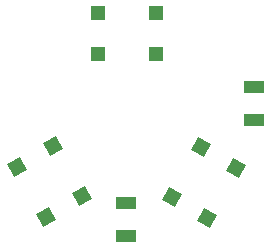
<source format=gtp>
%FSLAX25Y25*%
%MOIN*%
G70*
G01*
G75*
G04 Layer_Color=8421504*
%ADD10P,0.08352X4X105.0*%
%ADD11R,0.05906X0.05906*%
%ADD12P,0.08352X4X345.0*%
%ADD13R,0.08000X0.05000*%
%ADD14C,0.02500*%
%ADD15C,0.16500*%
%ADD16C,0.04000*%
%ADD17R,0.17716X0.12205*%
%ADD18C,0.01000*%
%ADD19P,0.06937X4X105.0*%
%ADD20R,0.04906X0.04906*%
%ADD21P,0.06937X4X345.0*%
%ADD22R,0.07000X0.04000*%
D19*
X477144Y513802D02*
D03*
X465210Y520691D02*
D03*
X486790Y530509D02*
D03*
X474856Y537398D02*
D03*
D20*
X459846Y582190D02*
D03*
X459846Y568410D02*
D03*
X440554Y582190D02*
D03*
X440554Y568410D02*
D03*
D21*
X413611Y530908D02*
D03*
X425544Y537798D02*
D03*
X423256Y514202D02*
D03*
X435189Y521092D02*
D03*
D22*
X492500Y557400D02*
D03*
X449900Y518800D02*
D03*
Y507800D02*
D03*
X492500Y546400D02*
D03*
M02*

</source>
